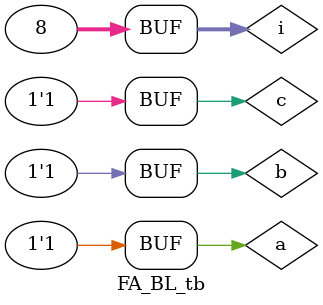
<source format=v>
module FA_BL(S, C, a, b, c);
    input a,b,c;
    output reg S,C;

    always @({a,b,c}) begin
        {S,C} = a + b + c;
    end
endmodule

module FA_BL_tb;
    reg a,b,c;
    wire S,C;
    integer i;

    FA_BL inst(S, C, a, b, c);

    initial begin
        $monitor("A=%0b|B=%0b|Cin=%0b|S=%0b|Cout=%0b", a,b,c,S,C);
        for(i=0;i<8;i=i+1) begin
            {a,b,c} = i;
            #10;
        end
    end

endmodule
    

</source>
